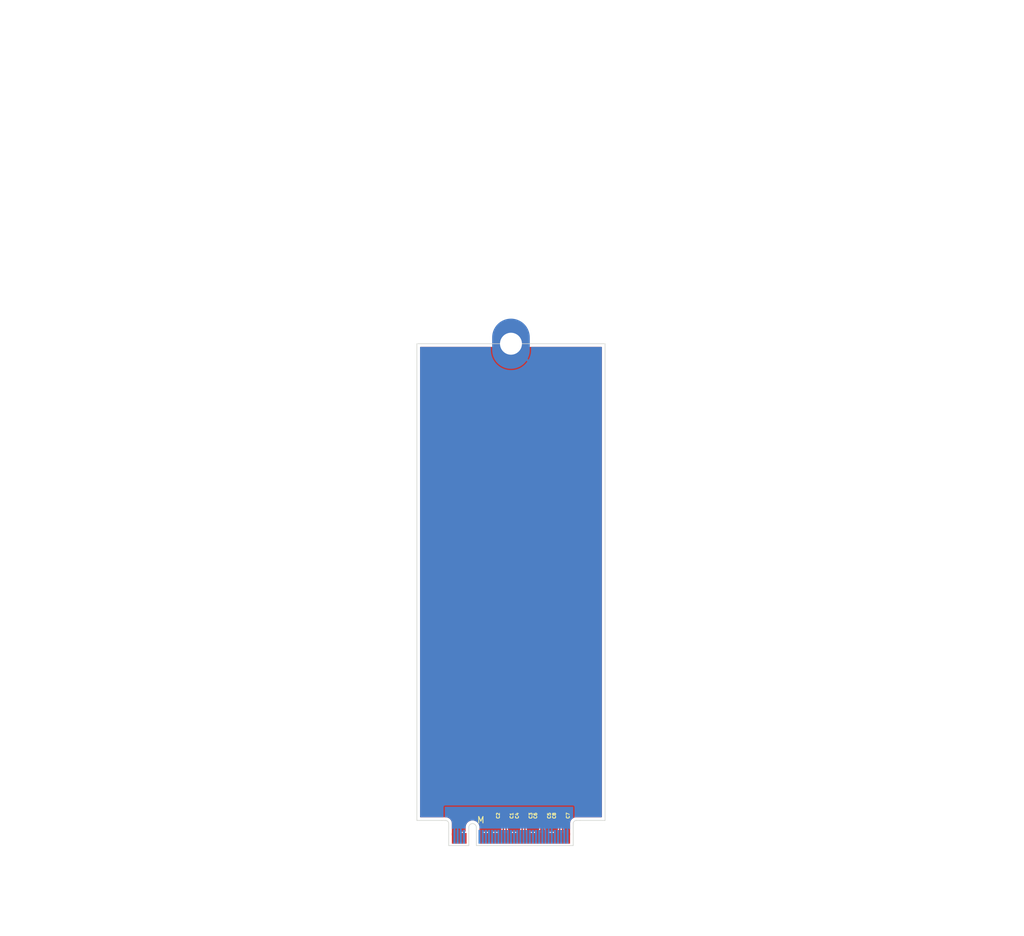
<source format=kicad_pcb>
(kicad_pcb (version 20241229) (generator "pcbnew") (generator_version "9.0")
  (layers (0 "F.Cu" signal) (2 "B.Cu" signal) (13 "F.Paste" user) (15 "B.Paste" user) (5 "F.SilkS" user "F.Silkscreen") (7 "B.SilkS" user "B.Silkscreen") (1 "F.Mask" user) (3 "B.Mask" user) (25 "Edge.Cuts" user))
  (net 0 "")
  (net 1 "/M.2 M Key/PET1P")
  (net 2 "/M.2 M Key/PET1N")
  (net 3 "/M.2 M Key/PET0N")
  (net 4 "/M.2 M Key/PET0P")
  (net 5 "/M.2 M Key/PET3N")
  (net 6 "/M.2 M Key/PET2P")
  (net 7 "/M.2 M Key/PET2N")
  (net 8 "/M.2 M Key/PET3P")
  (net 9 "/PET2+")
  (net 10 "/PET3+")
  (net 11 "/PET0-")
  (net 12 "/PET1-")
  (net 13 "GND")
  (net 14 "+3.3V")
  (net 17 "/LED1#")
  (net 18 "/PER3-")
  (net 19 "/PER3+")
  (net 22 "/PER2-")
  (net 24 "/PER2+")
  (net 30 "/PER1-")
  (net 32 "/PER1+")
  (net 33 "/DEVSLP")
  (net 38 "/PER0-")
  (net 40 "/PER0+")
  (net 41 "/PERST#")
  (net 42 "/CLKREQ#")
  (net 43 "/REFCLK-")
  (net 44 "/PEWAKE#")
  (net 45 "/REFCLK+")
  (net 49 "/SUSCLK")
  (net 50 "/PEDET")
  (net 51 "/PET1+")
  (net 52 "/PET2-")
  (net 53 "/PET0+")
  (net 54 "/PET3-")
  (footprint "PCIexpress:M.2 Mounting Pad" (layer "F.Cu") (at 107.205 79.02)
    (property "Reference" "H1")
    (property "Value" "MountingHole_Pad")
    (pad "1" thru_hole circle (at 0 0) (size 5.5 5.5) (drill 3.5) (property pad_prop_castellated) (layers "*.Cu" "*.Mask") (net 13 "GND") (padstack (mode front_inner_back) (layer "Inner" (shape circle) (size 5.5 5.5)) (layer "B.Cu" (shape oval) (size 6 8))))
  )
  (footprint "Capacitor_SMD:C_0201_0603Metric" (layer "F.Cu") (at 109.555 154.26 90)
    (property "Reference" "C3" (at 0 0.795 90) (layer "F.SilkS") (effects (font (size 0.5 0.5))))
    (property "Value" "220nF")
    (pad "1" smd roundrect (at -0.32 0 90) (size 0.46 0.4) (layers "F.Cu" "F.Mask") (net 2 "/M.2 M Key/PET1N"))
    (pad "2" smd roundrect (at 0.32 0 90) (size 0.46 0.4) (layers "F.Cu" "F.Mask") (net 12 "/PET1-"))
  )
  (footprint "Capacitor_SMD:C_0201_0603Metric" (layer "F.Cu") (at 106.555 154.26 90)
    (property "Reference" "C1" (at 0 0.765 90) (layer "F.SilkS") (effects (font (size 0.5 0.5))))
    (property "Value" "220nF")
    (pad "1" smd roundrect (at -0.32 0 90) (size 0.46 0.4) (layers "F.Cu" "F.Mask") (net 3 "/M.2 M Key/PET0N"))
    (pad "2" smd roundrect (at 0.32 0 90) (size 0.46 0.4) (layers "F.Cu" "F.Mask") (net 11 "/PET0-"))
  )
  (footprint "Capacitor_SMD:C_0201_0603Metric" (layer "F.Cu") (at 115.555 154.26 90)
    (property "Reference" "C7" (at 0.005 0.735 90) (layer "F.SilkS") (effects (font (size 0.5 0.5))))
    (property "Value" "220nF")
    (pad "1" smd roundrect (at -0.32 0 90) (size 0.46 0.4) (layers "F.Cu" "F.Mask") (net 5 "/M.2 M Key/PET3N"))
    (pad "2" smd roundrect (at 0.32 0 90) (size 0.46 0.4) (layers "F.Cu" "F.Mask") (net 54 "/PET3-"))
  )
  (footprint "Capacitor_SMD:C_0201_0603Metric" (layer "F.Cu") (at 114.855 154.26 90)
    (property "Reference" "C8" (at 0 -0.75 90) (layer "F.SilkS") (effects (font (size 0.5 0.5))))
    (property "Value" "220nF")
    (pad "1" smd roundrect (at -0.32 0 90) (size 0.46 0.4) (layers "F.Cu" "F.Mask") (net 8 "/M.2 M Key/PET3P"))
    (pad "2" smd roundrect (at 0.32 0 90) (size 0.46 0.4) (layers "F.Cu" "F.Mask") (net 10 "/PET3+"))
  )
  (footprint "Capacitor_SMD:C_0201_0603Metric" (layer "F.Cu") (at 105.855 154.26 90)
    (property "Reference" "C2" (at 0 -0.705 90) (layer "F.SilkS") (effects (font (size 0.5 0.5))))
    (property "Value" "220nF")
    (pad "1" smd roundrect (at -0.32 0 90) (size 0.46 0.4) (layers "F.Cu" "F.Mask") (net 4 "/M.2 M Key/PET0P"))
    (pad "2" smd roundrect (at 0.32 0 90) (size 0.46 0.4) (layers "F.Cu" "F.Mask") (net 53 "/PET0+"))
  )
  (footprint "PCIexpress:M.2 M Key Connector" (layer "F.Cu") (at 107.205 157.91)
    (property "Reference" "J1")
    (property "Value" "~")
    (fp_line (start -11 -2.89) (end -10.425 -2.89) (stroke (width 0.1)) (layer "Edge.Cuts"))
    (fp_line (start -9.925 -2.39) (end -9.925 1.11) (stroke (width 0.1)) (layer "Edge.Cuts"))
    (fp_line (start -6.725 -1.79) (end -6.725 1.11) (stroke (width 0.1)) (layer "Edge.Cuts"))
    (fp_line (start -6.725 1.11) (end -9.925 1.11) (stroke (width 0.1)) (layer "Edge.Cuts"))
    (fp_line (start -5.525 -1.79) (end -5.525 1.11) (stroke (width 0.1)) (layer "Edge.Cuts"))
    (fp_line (start -5.525 1.11) (end 9.925 1.11) (stroke (width 0.1)) (layer "Edge.Cuts"))
    (fp_line (start 9.925 -2.39) (end 9.925 1.11) (stroke (width 0.1)) (layer "Edge.Cuts"))
    (fp_line (start 10.425 -2.89) (end 11 -2.89) (stroke (width 0.1)) (layer "Edge.Cuts"))
    (fp_arc (start -10.425 -2.89) (mid -10.071447 -2.743553) (end -9.925 -2.39) (stroke (width 0.1)) (layer "Edge.Cuts"))
    (fp_arc (start -6.725 -1.79) (mid -6.125 -2.39) (end -5.525 -1.79) (stroke (width 0.1)) (layer "Edge.Cuts"))
    (fp_arc (start 9.925 -2.39) (mid 10.071447 -2.743553) (end 10.425 -2.89) (stroke (width 0.1)) (layer "Edge.Cuts"))
    (fp_text user "M" (at -5.475 -2.375 0) (layer "F.SilkS") (effects (justify left bottom)))
    (pad "1" smd rect (at 9.25 -0.04 180) (size 0.35 1.7) (layers "F.Cu") (net 13 "GND"))
    (pad "2" smd rect (at 9 -0.29 180) (size 0.35 2.2) (layers "B.Cu") (net 14 "+3.3V"))
    (pad "3" smd rect (at 8.75 -0.04 180) (size 0.35 1.7) (layers "F.Cu") (net 13 "GND"))
    (pad "4" smd rect (at 8.5 -0.29 180) (size 0.35 2.2) (layers "B.Cu") (net 14 "+3.3V"))
    (pad "5" smd rect (at 8.25 -0.04 180) (size 0.35 1.7) (layers "F.Cu") (net 5 "/M.2 M Key/PET3N"))
    (pad "6" smd rect (at 8 -0.29 180) (size 0.35 2.2) (layers "B.Cu"))
    (pad "7" smd rect (at 7.75 -0.04 180) (size 0.35 1.7) (layers "F.Cu") (net 8 "/M.2 M Key/PET3P"))
    (pad "8" smd rect (at 7.5 -0.29 180) (size 0.35 2.2) (layers "B.Cu"))
    (pad "9" smd rect (at 7.25 -0.04 180) (size 0.35 1.7) (layers "F.Cu") (net 13 "GND"))
    (pad "10" smd rect (at 7 -0.29 180) (size 0.35 2.2) (layers "B.Cu") (net 17 "/LED1#"))
    (pad "11" smd rect (at 6.75 -0.04 180) (size 0.35 1.7) (layers "F.Cu") (net 18 "/PER3-"))
    (pad "12" smd rect (at 6.5 -0.29 180) (size 0.35 2.2) (layers "B.Cu") (net 14 "+3.3V"))
    (pad "13" smd rect (at 6.25 -0.04 180) (size 0.35 1.7) (layers "F.Cu") (net 19 "/PER3+"))
    (pad "14" smd rect (at 6 -0.29 180) (size 0.35 2.2) (layers "B.Cu") (net 14 "+3.3V"))
    (pad "15" smd rect (at 5.75 -0.04 180) (size 0.35 1.7) (layers "F.Cu") (net 13 "GND"))
    (pad "16" smd rect (at 5.5 -0.29 180) (size 0.35 2.2) (layers "B.Cu") (net 14 "+3.3V"))
    (pad "17" smd rect (at 5.25 -0.04 180) (size 0.35 1.7) (layers "F.Cu") (net 7 "/M.2 M Key/PET2N"))
    (pad "18" smd rect (at 5 -0.29 180) (size 0.35 2.2) (layers "B.Cu") (net 14 "+3.3V"))
    (pad "19" smd rect (at 4.75 -0.04 180) (size 0.35 1.7) (layers "F.Cu") (net 6 "/M.2 M Key/PET2P"))
    (pad "20" smd rect (at 4.5 -0.29 180) (size 0.35 2.2) (layers "B.Cu"))
    (pad "21" smd rect (at 4.25 -0.04 180) (size 0.35 1.7) (layers "F.Cu") (net 13 "GND"))
    (pad "22" smd rect (at 4 -0.29 180) (size 0.35 2.2) (layers "B.Cu"))
    (pad "23" smd rect (at 3.75 -0.04 180) (size 0.35 1.7) (layers "F.Cu") (net 22 "/PER2-"))
    (pad "24" smd rect (at 3.5 -0.29 180) (size 0.35 2.2) (layers "B.Cu"))
    (pad "25" smd rect (at 3.25 -0.04 180) (size 0.35 1.7) (layers "F.Cu") (net 24 "/PER2+"))
    (pad "26" smd rect (at 3 -0.29 180) (size 0.35 2.2) (layers "B.Cu"))
    (pad "27" smd rect (at 2.75 -0.04 180) (size 0.35 1.7) (layers "F.Cu") (net 13 "GND"))
    (pad "28" smd rect (at 2.5 -0.29 180) (size 0.35 2.2) (layers "B.Cu"))
    (pad "29" smd rect (at 2.25 -0.04 180) (size 0.35 1.7) (layers "F.Cu") (net 2 "/M.2 M Key/PET1N"))
    (pad "30" smd rect (at 2 -0.29 180) (size 0.35 2.2) (layers "B.Cu"))
    (pad "31" smd rect (at 1.75 -0.04 180) (size 0.35 1.7) (layers "F.Cu") (net 1 "/M.2 M Key/PET1P"))
    (pad "32" smd rect (at 1.5 -0.29 180) (size 0.35 2.2) (layers "B.Cu"))
    (pad "33" smd rect (at 1.25 -0.04 180) (size 0.35 1.7) (layers "F.Cu") (net 13 "GND"))
    (pad "34" smd rect (at 1 -0.29 180) (size 0.35 2.2) (layers "B.Cu"))
    (pad "35" smd rect (at 0.75 -0.04 180) (size 0.35 1.7) (layers "F.Cu") (net 30 "/PER1-"))
    (pad "36" smd rect (at 0.5 -0.29 180) (size 0.35 2.2) (layers "B.Cu"))
    (pad "37" smd rect (at 0.25 -0.04 180) (size 0.35 1.7) (layers "F.Cu") (net 32 "/PER1+"))
    (pad "38" smd rect (at 0 -0.29 180) (size 0.35 2.2) (layers "B.Cu") (net 33 "/DEVSLP"))
    (pad "39" smd rect (at -0.25 -0.04 180) (size 0.35 1.7) (layers "F.Cu") (net 13 "GND"))
    (pad "40" smd rect (at -0.5 -0.29 180) (size 0.35 2.2) (layers "B.Cu"))
    (pad "41" smd rect (at -0.75 -0.04 180) (size 0.35 1.7) (layers "F.Cu") (net 3 "/M.2 M Key/PET0N"))
    (pad "42" smd rect (at -1 -0.29 180) (size 0.35 2.2) (layers "B.Cu"))
    (pad "43" smd rect (at -1.25 -0.04 180) (size 0.35 1.7) (layers "F.Cu") (net 4 "/M.2 M Key/PET0P"))
    (pad "44" smd rect (at -1.5 -0.29 180) (size 0.35 2.2) (layers "B.Cu"))
    (pad "45" smd rect (at -1.75 -0.04 180) (size 0.35 1.7) (layers "F.Cu") (net 13 "GND"))
    (pad "46" smd rect (at -2 -0.29 180) (size 0.35 2.2) (layers "B.Cu"))
    (pad "47" smd rect (at -2.25 -0.04 180) (size 0.35 1.7) (layers "F.Cu") (net 38 "/PER0-"))
    (pad "48" smd rect (at -2.5 -0.29 180) (size 0.35 2.2) (layers "B.Cu"))
    (pad "49" smd rect (at -2.75 -0.04 180) (size 0.35 1.7) (layers "F.Cu") (net 40 "/PER0+"))
    (pad "50" smd rect (at -3 -0.29 180) (size 0.35 2.2) (layers "B.Cu") (net 41 "/PERST#"))
    (pad "51" smd rect (at -3.25 -0.04 180) (size 0.35 1.7) (layers "F.Cu") (net 13 "GND"))
    (pad "52" smd rect (at -3.5 -0.29 180) (size 0.35 2.2) (layers "B.Cu") (net 42 "/CLKREQ#"))
    (pad "53" smd rect (at -3.75 -0.04 180) (size 0.35 1.7) (layers "F.Cu") (net 43 "/REFCLK-"))
    (pad "54" smd rect (at -4 -0.29 180) (size 0.35 2.2) (layers "B.Cu") (net 44 "/PEWAKE#"))
    (pad "55" smd rect (at -4.25 -0.04 180) (size 0.35 1.7) (layers "F.Cu") (net 45 "/REFCLK+"))
    (pad "56" smd rect (at -4.5 -0.29 180) (size 0.35 2.2) (layers "B.Cu"))
    (pad "57" smd rect (at -4.75 -0.04 180) (size 0.35 1.7) (layers "F.Cu") (net 13 "GND"))
    (pad "58" smd rect (at -5 -0.29 180) (size 0.35 2.2) (layers "B.Cu"))
    (pad "67" smd rect (at -7.25 -0.04 180) (size 0.35 1.7) (layers "F.Cu"))
    (pad "68" smd rect (at -7.5 -0.29 180) (size 0.35 2.2) (layers "B.Cu") (net 49 "/SUSCLK"))
    (pad "69" smd rect (at -7.75 -0.04 180) (size 0.35 1.7) (layers "F.Cu") (net 50 "/PEDET"))
    (pad "70" smd rect (at -8 -0.29 180) (size 0.35 2.2) (layers "B.Cu") (net 14 "+3.3V"))
    (pad "71" smd rect (at -8.25 -0.04 180) (size 0.35 1.7) (layers "F.Cu") (net 13 "GND"))
    (pad "72" smd rect (at -8.5 -0.29 180) (size 0.35 2.2) (layers "B.Cu") (net 14 "+3.3V"))
    (pad "73" smd rect (at -8.75 -0.04 180) (size 0.35 1.7) (layers "F.Cu") (net 13 "GND"))
    (pad "74" smd rect (at -9 -0.29 180) (size 0.35 2.2) (layers "B.Cu") (net 14 "+3.3V"))
    (pad "75" smd rect (at -9.25 -0.04 180) (size 0.35 1.7) (layers "F.Cu") (net 13 "GND"))
  )
  (footprint "Capacitor_SMD:C_0201_0603Metric" (layer "F.Cu") (at 112.555 154.26 90)
    (property "Reference" "C5" (at 0 0.74 90) (layer "F.SilkS") (effects (font (size 0.5 0.5))))
    (property "Value" "220nF")
    (pad "1" smd roundrect (at -0.32 0 90) (size 0.46 0.4) (layers "F.Cu" "F.Mask") (net 7 "/M.2 M Key/PET2N"))
    (pad "2" smd roundrect (at 0.32 0 90) (size 0.46 0.4) (layers "F.Cu" "F.Mask") (net 52 "/PET2-"))
  )
  (footprint "Capacitor_SMD:C_0201_0603Metric" (layer "F.Cu") (at 111.855 154.26 90)
    (property "Reference" "C6" (at 0 -0.755 90) (layer "F.SilkS") (effects (font (size 0.5 0.5))))
    (property "Value" "220nF")
    (pad "1" smd roundrect (at -0.32 0 90) (size 0.46 0.4) (layers "F.Cu" "F.Mask") (net 6 "/M.2 M Key/PET2P"))
    (pad "2" smd roundrect (at 0.32 0 90) (size 0.46 0.4) (layers "F.Cu" "F.Mask") (net 9 "/PET2+"))
  )
  (footprint "Capacitor_SMD:C_0201_0603Metric" (layer "F.Cu") (at 108.855 154.26 90)
    (property "Reference" "C4" (at 0 -0.675 90) (layer "F.SilkS") (effects (font (size 0.5 0.5))))
    (property "Value" "220nF")
    (pad "1" smd roundrect (at -0.32 0 90) (size 0.46 0.4) (layers "F.Cu" "F.Mask") (net 1 "/M.2 M Key/PET1P"))
    (pad "2" smd roundrect (at 0.32 0 90) (size 0.46 0.4) (layers "F.Cu" "F.Mask") (net 51 "/PET1+"))
  )
  (gr_line (start 92.205 79.02) (end 92.205 155.02) (stroke (width 0.1)) (layer "Edge.Cuts"))
  (gr_line (start 122.205 155.02) (end 118.205 155.02) (stroke (width 0.1)) (layer "Edge.Cuts"))
  (gr_line (start 122.205 155.02) (end 122.205 79.02) (stroke (width 0.1)) (layer "Edge.Cuts"))
  (gr_line (start 96.205 155.02) (end 92.205 155.02) (stroke (width 0.1)) (layer "Edge.Cuts"))
  (gr_line (start 122.205 79.02) (end 92.205 79.02) (stroke (width 0.1)) (layer "Edge.Cuts"))
  (segment (start 108.98 156.569999) (end 108.98 155.050001) (width 0.2) (layer "F.Cu") (net 1))
  (segment (start 108.855 154.925001) (end 108.855 154.58) (width 0.2) (layer "F.Cu") (net 1))
  (segment (start 108.98 155.050001) (end 108.855 154.925001) (width 0.2) (layer "F.Cu") (net 1))
  (segment (start 108.955 156.594999) (end 108.98 156.569999) (width 0.2) (layer "F.Cu") (net 1))
  (segment (start 108.955 157.87) (end 108.955 156.594999) (width 0.2) (layer "F.Cu") (net 1))
  (segment (start 109.455 157.87) (end 109.455 156.594999) (width 0.2) (layer "F.Cu") (net 2))
  (segment (start 109.43 155.050001) (end 109.555 154.925001) (width 0.2) (layer "F.Cu") (net 2))
  (segment (start 109.43 156.569999) (end 109.43 155.050001) (width 0.2) (layer "F.Cu") (net 2))
  (segment (start 109.555 154.925001) (end 109.555 154.58) (width 0.2) (layer "F.Cu") (net 2))
  (segment (start 109.455 156.594999) (end 109.43 156.569999) (width 0.2) (layer "F.Cu") (net 2))
  (segment (start 106.455 156.594999) (end 106.43 156.569999) (width 0.2) (layer "F.Cu") (net 3))
  (segment (start 106.43 156.569999) (end 106.43 155.050001) (width 0.2) (layer "F.Cu") (net 3))
  (segment (start 106.555 154.925001) (end 106.555 154.58) (width 0.2) (layer "F.Cu") (net 3))
  (segment (start 106.455 157.87) (end 106.455 156.594999) (width 0.2) (layer "F.Cu") (net 3))
  (segment (start 106.43 155.050001) (end 106.555 154.925001) (width 0.2) (layer "F.Cu") (net 3))
  (segment (start 105.855 154.925001) (end 105.855 154.58) (width 0.2) (layer "F.Cu") (net 4))
  (segment (start 105.955 157.87) (end 105.955 156.594999) (width 0.2) (layer "F.Cu") (net 4))
  (segment (start 105.98 156.569999) (end 105.98 155.050001) (width 0.2) (layer "F.Cu") (net 4))
  (segment (start 105.955 156.594999) (end 105.98 156.569999) (width 0.2) (layer "F.Cu") (net 4))
  (segment (start 105.98 155.050001) (end 105.855 154.925001) (width 0.2) (layer "F.Cu") (net 4))
  (segment (start 115.455 156.594999) (end 115.43 156.569999) (width 0.2) (layer "F.Cu") (net 5))
  (segment (start 115.455 157.87) (end 115.455 156.594999) (width 0.2) (layer "F.Cu") (net 5))
  (segment (start 115.555 154.925001) (end 115.555 154.58) (width 0.2) (layer "F.Cu") (net 5))
  (segment (start 115.43 155.050001) (end 115.555 154.925001) (width 0.2) (layer "F.Cu") (net 5))
  (segment (start 115.43 156.569999) (end 115.43 155.050001) (width 0.2) (layer "F.Cu") (net 5))
  (segment (start 111.855 154.925001) (end 111.855 154.58) (width 0.2) (layer "F.Cu") (net 6))
  (segment (start 111.98 156.569999) (end 111.98 155.050001) (width 0.2) (layer "F.Cu") (net 6))
  (segment (start 111.955 156.594999) (end 111.98 156.569999) (width 0.2) (layer "F.Cu") (net 6))
  (segment (start 111.98 155.050001) (end 111.855 154.925001) (width 0.2) (layer "F.Cu") (net 6))
  (segment (start 111.955 157.87) (end 111.955 156.594999) (width 0.2) (layer "F.Cu") (net 6))
  (segment (start 112.555 154.925001) (end 112.555 154.58) (width 0.2) (layer "F.Cu") (net 7))
  (segment (start 112.43 155.050001) (end 112.555 154.925001) (width 0.2) (layer "F.Cu") (net 7))
  (segment (start 112.43 156.569999) (end 112.43 155.050001) (width 0.2) (layer "F.Cu") (net 7))
  (segment (start 112.455 157.87) (end 112.455 156.594999) (width 0.2) (layer "F.Cu") (net 7))
  (segment (start 112.455 156.594999) (end 112.43 156.569999) (width 0.2) (layer "F.Cu") (net 7))
  (segment (start 114.955 156.594999) (end 114.98 156.569999) (width 0.2) (layer "F.Cu") (net 8))
  (segment (start 114.98 155.050001) (end 114.855 154.925001) (width 0.2) (layer "F.Cu") (net 8))
  (segment (start 114.955 157.87) (end 114.955 156.594999) (width 0.2) (layer "F.Cu") (net 8))
  (segment (start 114.855 154.925001) (end 114.855 154.58) (width 0.2) (layer "F.Cu") (net 8))
  (segment (start 114.98 156.569999) (end 114.98 155.050001) (width 0.2) (layer "F.Cu") (net 8))
  (zone (net 13) (net_name "GND") (layers "F.Cu" "B.Cu") (connect_pads (clearance 0.2)) (min_thickness 0.15) (fill yes (thermal_gap 0.2) (thermal_bridge_width 0.35))
    (polygon (pts (xy 92.205 157.43) (xy 92.205 79.01) (xy 122.205 79.01) (xy 122.205 157.35)))
  )
  (zone (net 14) (net_name "+3.3V") (layer "B.Cu") (priority 1) (connect_pads (clearance 0.2)) (min_thickness 0.1) (fill yes (thermal_gap 0.2) (thermal_bridge_width 0.25))
    (polygon (pts (xy 117.13 157.215) (xy 117.13 152.85) (xy 117.115 152.835) (xy 96.66 152.835) (xy 96.66 157.465) (xy 116.88 157.465)))
  )
)
</source>
